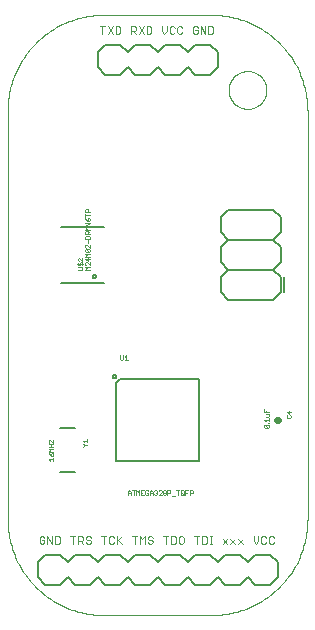
<source format=gto>
G75*
%MOIN*%
%OFA0B0*%
%FSLAX25Y25*%
%IPPOS*%
%LPD*%
%AMOC8*
5,1,8,0,0,1.08239X$1,22.5*
%
%ADD10C,0.00000*%
%ADD11C,0.00400*%
%ADD12C,0.02200*%
%ADD13C,0.00100*%
%ADD14C,0.00800*%
%ADD15C,0.00600*%
D10*
X0001800Y0033816D02*
X0001800Y0169784D01*
X0001810Y0170570D01*
X0001839Y0171355D01*
X0001887Y0172139D01*
X0001954Y0172922D01*
X0002041Y0173703D01*
X0002147Y0174482D01*
X0002271Y0175258D01*
X0002415Y0176030D01*
X0002578Y0176799D01*
X0002759Y0177563D01*
X0002960Y0178323D01*
X0003179Y0179078D01*
X0003416Y0179827D01*
X0003672Y0180570D01*
X0003945Y0181306D01*
X0004237Y0182036D01*
X0004547Y0182758D01*
X0004874Y0183473D01*
X0005219Y0184179D01*
X0005580Y0184876D01*
X0005959Y0185565D01*
X0006355Y0186244D01*
X0006767Y0186912D01*
X0007196Y0187571D01*
X0007640Y0188219D01*
X0008101Y0188856D01*
X0008576Y0189481D01*
X0009067Y0190095D01*
X0009573Y0190696D01*
X0010094Y0191285D01*
X0010629Y0191860D01*
X0011177Y0192423D01*
X0011740Y0192971D01*
X0012315Y0193506D01*
X0012904Y0194027D01*
X0013505Y0194533D01*
X0014119Y0195024D01*
X0014744Y0195499D01*
X0015381Y0195960D01*
X0016029Y0196404D01*
X0016688Y0196833D01*
X0017356Y0197245D01*
X0018035Y0197641D01*
X0018724Y0198020D01*
X0019421Y0198381D01*
X0020127Y0198726D01*
X0020842Y0199053D01*
X0021564Y0199363D01*
X0022294Y0199655D01*
X0023030Y0199928D01*
X0023773Y0200184D01*
X0024522Y0200421D01*
X0025277Y0200640D01*
X0026037Y0200841D01*
X0026801Y0201022D01*
X0027570Y0201185D01*
X0028342Y0201329D01*
X0029118Y0201453D01*
X0029897Y0201559D01*
X0030678Y0201646D01*
X0031461Y0201713D01*
X0032245Y0201761D01*
X0033030Y0201790D01*
X0033816Y0201800D01*
X0069784Y0201800D01*
X0075501Y0176800D02*
X0075503Y0176958D01*
X0075509Y0177116D01*
X0075519Y0177274D01*
X0075533Y0177432D01*
X0075551Y0177589D01*
X0075572Y0177746D01*
X0075598Y0177902D01*
X0075628Y0178058D01*
X0075661Y0178213D01*
X0075699Y0178366D01*
X0075740Y0178519D01*
X0075785Y0178671D01*
X0075834Y0178822D01*
X0075887Y0178971D01*
X0075943Y0179119D01*
X0076003Y0179265D01*
X0076067Y0179410D01*
X0076135Y0179553D01*
X0076206Y0179695D01*
X0076280Y0179835D01*
X0076358Y0179972D01*
X0076440Y0180108D01*
X0076524Y0180242D01*
X0076613Y0180373D01*
X0076704Y0180502D01*
X0076799Y0180629D01*
X0076896Y0180754D01*
X0076997Y0180876D01*
X0077101Y0180995D01*
X0077208Y0181112D01*
X0077318Y0181226D01*
X0077431Y0181337D01*
X0077546Y0181446D01*
X0077664Y0181551D01*
X0077785Y0181653D01*
X0077908Y0181753D01*
X0078034Y0181849D01*
X0078162Y0181942D01*
X0078292Y0182032D01*
X0078425Y0182118D01*
X0078560Y0182202D01*
X0078696Y0182281D01*
X0078835Y0182358D01*
X0078976Y0182430D01*
X0079118Y0182500D01*
X0079262Y0182565D01*
X0079408Y0182627D01*
X0079555Y0182685D01*
X0079704Y0182740D01*
X0079854Y0182791D01*
X0080005Y0182838D01*
X0080157Y0182881D01*
X0080310Y0182920D01*
X0080465Y0182956D01*
X0080620Y0182987D01*
X0080776Y0183015D01*
X0080932Y0183039D01*
X0081089Y0183059D01*
X0081247Y0183075D01*
X0081404Y0183087D01*
X0081563Y0183095D01*
X0081721Y0183099D01*
X0081879Y0183099D01*
X0082037Y0183095D01*
X0082196Y0183087D01*
X0082353Y0183075D01*
X0082511Y0183059D01*
X0082668Y0183039D01*
X0082824Y0183015D01*
X0082980Y0182987D01*
X0083135Y0182956D01*
X0083290Y0182920D01*
X0083443Y0182881D01*
X0083595Y0182838D01*
X0083746Y0182791D01*
X0083896Y0182740D01*
X0084045Y0182685D01*
X0084192Y0182627D01*
X0084338Y0182565D01*
X0084482Y0182500D01*
X0084624Y0182430D01*
X0084765Y0182358D01*
X0084904Y0182281D01*
X0085040Y0182202D01*
X0085175Y0182118D01*
X0085308Y0182032D01*
X0085438Y0181942D01*
X0085566Y0181849D01*
X0085692Y0181753D01*
X0085815Y0181653D01*
X0085936Y0181551D01*
X0086054Y0181446D01*
X0086169Y0181337D01*
X0086282Y0181226D01*
X0086392Y0181112D01*
X0086499Y0180995D01*
X0086603Y0180876D01*
X0086704Y0180754D01*
X0086801Y0180629D01*
X0086896Y0180502D01*
X0086987Y0180373D01*
X0087076Y0180242D01*
X0087160Y0180108D01*
X0087242Y0179972D01*
X0087320Y0179835D01*
X0087394Y0179695D01*
X0087465Y0179553D01*
X0087533Y0179410D01*
X0087597Y0179265D01*
X0087657Y0179119D01*
X0087713Y0178971D01*
X0087766Y0178822D01*
X0087815Y0178671D01*
X0087860Y0178519D01*
X0087901Y0178366D01*
X0087939Y0178213D01*
X0087972Y0178058D01*
X0088002Y0177902D01*
X0088028Y0177746D01*
X0088049Y0177589D01*
X0088067Y0177432D01*
X0088081Y0177274D01*
X0088091Y0177116D01*
X0088097Y0176958D01*
X0088099Y0176800D01*
X0088097Y0176642D01*
X0088091Y0176484D01*
X0088081Y0176326D01*
X0088067Y0176168D01*
X0088049Y0176011D01*
X0088028Y0175854D01*
X0088002Y0175698D01*
X0087972Y0175542D01*
X0087939Y0175387D01*
X0087901Y0175234D01*
X0087860Y0175081D01*
X0087815Y0174929D01*
X0087766Y0174778D01*
X0087713Y0174629D01*
X0087657Y0174481D01*
X0087597Y0174335D01*
X0087533Y0174190D01*
X0087465Y0174047D01*
X0087394Y0173905D01*
X0087320Y0173765D01*
X0087242Y0173628D01*
X0087160Y0173492D01*
X0087076Y0173358D01*
X0086987Y0173227D01*
X0086896Y0173098D01*
X0086801Y0172971D01*
X0086704Y0172846D01*
X0086603Y0172724D01*
X0086499Y0172605D01*
X0086392Y0172488D01*
X0086282Y0172374D01*
X0086169Y0172263D01*
X0086054Y0172154D01*
X0085936Y0172049D01*
X0085815Y0171947D01*
X0085692Y0171847D01*
X0085566Y0171751D01*
X0085438Y0171658D01*
X0085308Y0171568D01*
X0085175Y0171482D01*
X0085040Y0171398D01*
X0084904Y0171319D01*
X0084765Y0171242D01*
X0084624Y0171170D01*
X0084482Y0171100D01*
X0084338Y0171035D01*
X0084192Y0170973D01*
X0084045Y0170915D01*
X0083896Y0170860D01*
X0083746Y0170809D01*
X0083595Y0170762D01*
X0083443Y0170719D01*
X0083290Y0170680D01*
X0083135Y0170644D01*
X0082980Y0170613D01*
X0082824Y0170585D01*
X0082668Y0170561D01*
X0082511Y0170541D01*
X0082353Y0170525D01*
X0082196Y0170513D01*
X0082037Y0170505D01*
X0081879Y0170501D01*
X0081721Y0170501D01*
X0081563Y0170505D01*
X0081404Y0170513D01*
X0081247Y0170525D01*
X0081089Y0170541D01*
X0080932Y0170561D01*
X0080776Y0170585D01*
X0080620Y0170613D01*
X0080465Y0170644D01*
X0080310Y0170680D01*
X0080157Y0170719D01*
X0080005Y0170762D01*
X0079854Y0170809D01*
X0079704Y0170860D01*
X0079555Y0170915D01*
X0079408Y0170973D01*
X0079262Y0171035D01*
X0079118Y0171100D01*
X0078976Y0171170D01*
X0078835Y0171242D01*
X0078696Y0171319D01*
X0078560Y0171398D01*
X0078425Y0171482D01*
X0078292Y0171568D01*
X0078162Y0171658D01*
X0078034Y0171751D01*
X0077908Y0171847D01*
X0077785Y0171947D01*
X0077664Y0172049D01*
X0077546Y0172154D01*
X0077431Y0172263D01*
X0077318Y0172374D01*
X0077208Y0172488D01*
X0077101Y0172605D01*
X0076997Y0172724D01*
X0076896Y0172846D01*
X0076799Y0172971D01*
X0076704Y0173098D01*
X0076613Y0173227D01*
X0076524Y0173358D01*
X0076440Y0173492D01*
X0076358Y0173628D01*
X0076280Y0173765D01*
X0076206Y0173905D01*
X0076135Y0174047D01*
X0076067Y0174190D01*
X0076003Y0174335D01*
X0075943Y0174481D01*
X0075887Y0174629D01*
X0075834Y0174778D01*
X0075785Y0174929D01*
X0075740Y0175081D01*
X0075699Y0175234D01*
X0075661Y0175387D01*
X0075628Y0175542D01*
X0075598Y0175698D01*
X0075572Y0175854D01*
X0075551Y0176011D01*
X0075533Y0176168D01*
X0075519Y0176326D01*
X0075509Y0176484D01*
X0075503Y0176642D01*
X0075501Y0176800D01*
X0069784Y0201800D02*
X0070558Y0201791D01*
X0071331Y0201763D01*
X0072103Y0201716D01*
X0072874Y0201651D01*
X0073643Y0201567D01*
X0074410Y0201464D01*
X0075174Y0201343D01*
X0075935Y0201204D01*
X0076693Y0201046D01*
X0077446Y0200870D01*
X0078195Y0200675D01*
X0078939Y0200463D01*
X0079677Y0200233D01*
X0080410Y0199985D01*
X0081137Y0199719D01*
X0081857Y0199436D01*
X0082570Y0199136D01*
X0083276Y0198818D01*
X0083973Y0198484D01*
X0084663Y0198133D01*
X0085343Y0197765D01*
X0086015Y0197381D01*
X0086677Y0196981D01*
X0087329Y0196564D01*
X0087971Y0196133D01*
X0088603Y0195685D01*
X0089223Y0195223D01*
X0089832Y0194746D01*
X0090429Y0194254D01*
X0091015Y0193748D01*
X0091587Y0193228D01*
X0092148Y0192695D01*
X0092695Y0192148D01*
X0093228Y0191587D01*
X0093748Y0191015D01*
X0094254Y0190429D01*
X0094746Y0189832D01*
X0095223Y0189223D01*
X0095685Y0188603D01*
X0096133Y0187971D01*
X0096564Y0187329D01*
X0096981Y0186677D01*
X0097381Y0186015D01*
X0097765Y0185343D01*
X0098133Y0184663D01*
X0098484Y0183973D01*
X0098818Y0183276D01*
X0099136Y0182570D01*
X0099436Y0181857D01*
X0099719Y0181137D01*
X0099985Y0180410D01*
X0100233Y0179677D01*
X0100463Y0178939D01*
X0100675Y0178195D01*
X0100870Y0177446D01*
X0101046Y0176693D01*
X0101204Y0175935D01*
X0101343Y0175174D01*
X0101464Y0174410D01*
X0101567Y0173643D01*
X0101651Y0172874D01*
X0101716Y0172103D01*
X0101763Y0171331D01*
X0101791Y0170558D01*
X0101800Y0169784D01*
X0101800Y0033816D01*
X0101791Y0033042D01*
X0101763Y0032269D01*
X0101716Y0031497D01*
X0101651Y0030726D01*
X0101567Y0029957D01*
X0101464Y0029190D01*
X0101343Y0028426D01*
X0101204Y0027665D01*
X0101046Y0026907D01*
X0100870Y0026154D01*
X0100675Y0025405D01*
X0100463Y0024661D01*
X0100233Y0023923D01*
X0099985Y0023190D01*
X0099719Y0022463D01*
X0099436Y0021743D01*
X0099136Y0021030D01*
X0098818Y0020324D01*
X0098484Y0019627D01*
X0098133Y0018937D01*
X0097765Y0018257D01*
X0097381Y0017585D01*
X0096981Y0016923D01*
X0096564Y0016271D01*
X0096133Y0015629D01*
X0095685Y0014997D01*
X0095223Y0014377D01*
X0094746Y0013768D01*
X0094254Y0013171D01*
X0093748Y0012585D01*
X0093228Y0012013D01*
X0092695Y0011452D01*
X0092148Y0010905D01*
X0091587Y0010372D01*
X0091015Y0009852D01*
X0090429Y0009346D01*
X0089832Y0008854D01*
X0089223Y0008377D01*
X0088603Y0007915D01*
X0087971Y0007467D01*
X0087329Y0007036D01*
X0086677Y0006619D01*
X0086015Y0006219D01*
X0085343Y0005835D01*
X0084663Y0005467D01*
X0083973Y0005116D01*
X0083276Y0004782D01*
X0082570Y0004464D01*
X0081857Y0004164D01*
X0081137Y0003881D01*
X0080410Y0003615D01*
X0079677Y0003367D01*
X0078939Y0003137D01*
X0078195Y0002925D01*
X0077446Y0002730D01*
X0076693Y0002554D01*
X0075935Y0002396D01*
X0075174Y0002257D01*
X0074410Y0002136D01*
X0073643Y0002033D01*
X0072874Y0001949D01*
X0072103Y0001884D01*
X0071331Y0001837D01*
X0070558Y0001809D01*
X0069784Y0001800D01*
X0033816Y0001800D01*
X0033042Y0001809D01*
X0032269Y0001837D01*
X0031497Y0001884D01*
X0030726Y0001949D01*
X0029957Y0002033D01*
X0029190Y0002136D01*
X0028426Y0002257D01*
X0027665Y0002396D01*
X0026907Y0002554D01*
X0026154Y0002730D01*
X0025405Y0002925D01*
X0024661Y0003137D01*
X0023923Y0003367D01*
X0023190Y0003615D01*
X0022463Y0003881D01*
X0021743Y0004164D01*
X0021030Y0004464D01*
X0020324Y0004782D01*
X0019627Y0005116D01*
X0018937Y0005467D01*
X0018257Y0005835D01*
X0017585Y0006219D01*
X0016923Y0006619D01*
X0016271Y0007036D01*
X0015629Y0007467D01*
X0014997Y0007915D01*
X0014377Y0008377D01*
X0013768Y0008854D01*
X0013171Y0009346D01*
X0012585Y0009852D01*
X0012013Y0010372D01*
X0011452Y0010905D01*
X0010905Y0011452D01*
X0010372Y0012013D01*
X0009852Y0012585D01*
X0009346Y0013171D01*
X0008854Y0013768D01*
X0008377Y0014377D01*
X0007915Y0014997D01*
X0007467Y0015629D01*
X0007036Y0016271D01*
X0006619Y0016923D01*
X0006219Y0017585D01*
X0005835Y0018257D01*
X0005467Y0018937D01*
X0005116Y0019627D01*
X0004782Y0020324D01*
X0004464Y0021030D01*
X0004164Y0021743D01*
X0003881Y0022463D01*
X0003615Y0023190D01*
X0003367Y0023923D01*
X0003137Y0024661D01*
X0002925Y0025405D01*
X0002730Y0026154D01*
X0002554Y0026907D01*
X0002396Y0027665D01*
X0002257Y0028426D01*
X0002136Y0029190D01*
X0002033Y0029957D01*
X0001949Y0030726D01*
X0001884Y0031497D01*
X0001837Y0032269D01*
X0001809Y0033042D01*
X0001800Y0033816D01*
D11*
X0012468Y0027602D02*
X0012468Y0026000D01*
X0012868Y0025600D01*
X0013669Y0025600D01*
X0014069Y0026000D01*
X0014069Y0026801D01*
X0013268Y0026801D01*
X0012468Y0027602D02*
X0012868Y0028002D01*
X0013669Y0028002D01*
X0014069Y0027602D01*
X0015046Y0028002D02*
X0015046Y0025600D01*
X0016647Y0025600D02*
X0015046Y0028002D01*
X0016647Y0028002D02*
X0016647Y0025600D01*
X0017624Y0025600D02*
X0017624Y0028002D01*
X0018825Y0028002D01*
X0019225Y0027602D01*
X0019225Y0026000D01*
X0018825Y0025600D01*
X0017624Y0025600D01*
X0022780Y0028002D02*
X0024382Y0028002D01*
X0023581Y0028002D02*
X0023581Y0025600D01*
X0025359Y0025600D02*
X0025359Y0028002D01*
X0026560Y0028002D01*
X0026960Y0027602D01*
X0026960Y0026801D01*
X0026560Y0026401D01*
X0025359Y0026401D01*
X0026159Y0026401D02*
X0026960Y0025600D01*
X0027937Y0026000D02*
X0028337Y0025600D01*
X0029138Y0025600D01*
X0029538Y0026000D01*
X0029538Y0026401D01*
X0029138Y0026801D01*
X0028337Y0026801D01*
X0027937Y0027201D01*
X0027937Y0027602D01*
X0028337Y0028002D01*
X0029138Y0028002D01*
X0029538Y0027602D01*
X0033093Y0028002D02*
X0034695Y0028002D01*
X0033894Y0028002D02*
X0033894Y0025600D01*
X0035671Y0026000D02*
X0036072Y0025600D01*
X0036872Y0025600D01*
X0037273Y0026000D01*
X0038250Y0025600D02*
X0038250Y0028002D01*
X0037273Y0027602D02*
X0036872Y0028002D01*
X0036072Y0028002D01*
X0035671Y0027602D01*
X0035671Y0026000D01*
X0038250Y0026401D02*
X0039851Y0028002D01*
X0038650Y0026801D02*
X0039851Y0025600D01*
X0043406Y0028002D02*
X0045007Y0028002D01*
X0044207Y0028002D02*
X0044207Y0025600D01*
X0045984Y0025600D02*
X0045984Y0028002D01*
X0046785Y0027201D01*
X0047585Y0028002D01*
X0047585Y0025600D01*
X0048562Y0026000D02*
X0048963Y0025600D01*
X0049763Y0025600D01*
X0050164Y0026000D01*
X0050164Y0026401D01*
X0049763Y0026801D01*
X0048963Y0026801D01*
X0048562Y0027201D01*
X0048562Y0027602D01*
X0048963Y0028002D01*
X0049763Y0028002D01*
X0050164Y0027602D01*
X0053719Y0028002D02*
X0055320Y0028002D01*
X0054519Y0028002D02*
X0054519Y0025600D01*
X0056297Y0025600D02*
X0057498Y0025600D01*
X0057898Y0026000D01*
X0057898Y0027602D01*
X0057498Y0028002D01*
X0056297Y0028002D01*
X0056297Y0025600D01*
X0058875Y0026000D02*
X0059275Y0025600D01*
X0060076Y0025600D01*
X0060476Y0026000D01*
X0060476Y0027602D01*
X0060076Y0028002D01*
X0059275Y0028002D01*
X0058875Y0027602D01*
X0058875Y0026000D01*
X0064032Y0028002D02*
X0065633Y0028002D01*
X0064832Y0028002D02*
X0064832Y0025600D01*
X0066610Y0025600D02*
X0067811Y0025600D01*
X0068211Y0026000D01*
X0068211Y0027602D01*
X0067811Y0028002D01*
X0066610Y0028002D01*
X0066610Y0025600D01*
X0069188Y0025600D02*
X0069989Y0025600D01*
X0069588Y0025600D02*
X0069588Y0028002D01*
X0069188Y0028002D02*
X0069989Y0028002D01*
X0073485Y0027201D02*
X0075086Y0025600D01*
X0076063Y0025600D02*
X0077664Y0027201D01*
X0078641Y0027201D02*
X0080243Y0025600D01*
X0080243Y0027201D02*
X0078641Y0025600D01*
X0077664Y0025600D02*
X0076063Y0027201D01*
X0075086Y0027201D02*
X0073485Y0025600D01*
X0083798Y0026401D02*
X0084598Y0025600D01*
X0085399Y0026401D01*
X0085399Y0028002D01*
X0086376Y0027602D02*
X0086376Y0026000D01*
X0086776Y0025600D01*
X0087577Y0025600D01*
X0087977Y0026000D01*
X0088954Y0026000D02*
X0088954Y0027602D01*
X0089354Y0028002D01*
X0090155Y0028002D01*
X0090555Y0027602D01*
X0090555Y0026000D02*
X0090155Y0025600D01*
X0089354Y0025600D01*
X0088954Y0026000D01*
X0087977Y0027602D02*
X0087577Y0028002D01*
X0086776Y0028002D01*
X0086376Y0027602D01*
X0083798Y0028002D02*
X0083798Y0026401D01*
X0069959Y0195600D02*
X0068758Y0195600D01*
X0068758Y0198002D01*
X0069959Y0198002D01*
X0070360Y0197602D01*
X0070360Y0196000D01*
X0069959Y0195600D01*
X0067781Y0195600D02*
X0067781Y0198002D01*
X0066180Y0198002D02*
X0067781Y0195600D01*
X0066180Y0195600D02*
X0066180Y0198002D01*
X0065203Y0197602D02*
X0064803Y0198002D01*
X0064002Y0198002D01*
X0063602Y0197602D01*
X0063602Y0196000D01*
X0064002Y0195600D01*
X0064803Y0195600D01*
X0065203Y0196000D01*
X0065203Y0196801D01*
X0064403Y0196801D01*
X0060047Y0196000D02*
X0059646Y0195600D01*
X0058846Y0195600D01*
X0058445Y0196000D01*
X0058445Y0197602D01*
X0058846Y0198002D01*
X0059646Y0198002D01*
X0060047Y0197602D01*
X0057469Y0197602D02*
X0057068Y0198002D01*
X0056268Y0198002D01*
X0055867Y0197602D01*
X0055867Y0196000D01*
X0056268Y0195600D01*
X0057068Y0195600D01*
X0057469Y0196000D01*
X0054890Y0196401D02*
X0054890Y0198002D01*
X0053289Y0198002D02*
X0053289Y0196401D01*
X0054090Y0195600D01*
X0054890Y0196401D01*
X0049734Y0196000D02*
X0049734Y0197602D01*
X0049334Y0198002D01*
X0048133Y0198002D01*
X0048133Y0195600D01*
X0049334Y0195600D01*
X0049734Y0196000D01*
X0047156Y0195600D02*
X0045554Y0198002D01*
X0044578Y0197602D02*
X0044578Y0196801D01*
X0044177Y0196401D01*
X0042976Y0196401D01*
X0043777Y0196401D02*
X0044578Y0195600D01*
X0045554Y0195600D02*
X0047156Y0198002D01*
X0044578Y0197602D02*
X0044177Y0198002D01*
X0042976Y0198002D01*
X0042976Y0195600D01*
X0039421Y0196000D02*
X0039421Y0197602D01*
X0039021Y0198002D01*
X0037820Y0198002D01*
X0037820Y0195600D01*
X0039021Y0195600D01*
X0039421Y0196000D01*
X0036843Y0195600D02*
X0035242Y0198002D01*
X0034265Y0198002D02*
X0032663Y0198002D01*
X0033464Y0198002D02*
X0033464Y0195600D01*
X0035242Y0195600D02*
X0036843Y0198002D01*
D12*
X0091680Y0066800D02*
X0091920Y0066800D01*
D13*
X0094849Y0067654D02*
X0095099Y0067403D01*
X0096100Y0067403D01*
X0096350Y0067654D01*
X0096350Y0068154D01*
X0096100Y0068404D01*
X0095599Y0068877D02*
X0095599Y0069878D01*
X0094849Y0069627D02*
X0095599Y0068877D01*
X0095099Y0068404D02*
X0094849Y0068154D01*
X0094849Y0067654D01*
X0094849Y0069627D02*
X0096350Y0069627D01*
X0088850Y0069377D02*
X0087349Y0069377D01*
X0087349Y0070378D01*
X0088099Y0069877D02*
X0088099Y0069377D01*
X0087849Y0068904D02*
X0088850Y0068904D01*
X0088850Y0068154D01*
X0088600Y0067903D01*
X0087849Y0067903D01*
X0087349Y0066931D02*
X0088850Y0066931D01*
X0088850Y0067431D02*
X0088850Y0066430D01*
X0088850Y0065944D02*
X0088850Y0065694D01*
X0088600Y0065694D01*
X0088600Y0065944D01*
X0088850Y0065944D01*
X0088600Y0065221D02*
X0088850Y0064971D01*
X0088850Y0064471D01*
X0088600Y0064220D01*
X0087599Y0065221D01*
X0088600Y0065221D01*
X0088600Y0064220D02*
X0087599Y0064220D01*
X0087349Y0064471D01*
X0087349Y0064971D01*
X0087599Y0065221D01*
X0087849Y0066430D02*
X0087349Y0066931D01*
X0063476Y0043101D02*
X0063476Y0042601D01*
X0063226Y0042350D01*
X0062476Y0042350D01*
X0062476Y0041850D02*
X0062476Y0043351D01*
X0063226Y0043351D01*
X0063476Y0043101D01*
X0062003Y0043351D02*
X0061002Y0043351D01*
X0061002Y0041850D01*
X0060530Y0041850D02*
X0060029Y0042350D01*
X0059779Y0041850D02*
X0059529Y0042100D01*
X0059529Y0043101D01*
X0059779Y0043351D01*
X0060280Y0043351D01*
X0060530Y0043101D01*
X0060530Y0042100D01*
X0060280Y0041850D01*
X0059779Y0041850D01*
X0058556Y0041850D02*
X0058556Y0043351D01*
X0058056Y0043351D02*
X0059057Y0043351D01*
X0061002Y0042601D02*
X0061503Y0042601D01*
X0057583Y0041600D02*
X0056583Y0041600D01*
X0055860Y0042350D02*
X0056110Y0042601D01*
X0056110Y0043101D01*
X0055860Y0043351D01*
X0055109Y0043351D01*
X0055109Y0041850D01*
X0055109Y0042350D02*
X0055860Y0042350D01*
X0054637Y0042350D02*
X0054637Y0042100D01*
X0054387Y0041850D01*
X0053886Y0041850D01*
X0053636Y0042100D01*
X0053636Y0042350D01*
X0053886Y0042601D01*
X0054387Y0042601D01*
X0054637Y0042350D01*
X0054387Y0042601D02*
X0054637Y0042851D01*
X0054637Y0043101D01*
X0054387Y0043351D01*
X0053886Y0043351D01*
X0053636Y0043101D01*
X0053636Y0042851D01*
X0053886Y0042601D01*
X0053164Y0042851D02*
X0053164Y0043101D01*
X0052913Y0043351D01*
X0052413Y0043351D01*
X0052163Y0043101D01*
X0051690Y0043101D02*
X0051690Y0042851D01*
X0051440Y0042601D01*
X0051690Y0042350D01*
X0051690Y0042100D01*
X0051440Y0041850D01*
X0050940Y0041850D01*
X0050690Y0042100D01*
X0050217Y0041850D02*
X0050217Y0042851D01*
X0049717Y0043351D01*
X0049216Y0042851D01*
X0049216Y0041850D01*
X0048744Y0042100D02*
X0048744Y0042601D01*
X0048243Y0042601D01*
X0047743Y0043101D02*
X0047743Y0042100D01*
X0047993Y0041850D01*
X0048494Y0041850D01*
X0048744Y0042100D01*
X0049216Y0042601D02*
X0050217Y0042601D01*
X0050690Y0043101D02*
X0050940Y0043351D01*
X0051440Y0043351D01*
X0051690Y0043101D01*
X0051440Y0042601D02*
X0051190Y0042601D01*
X0052163Y0041850D02*
X0053164Y0042851D01*
X0053164Y0041850D02*
X0052163Y0041850D01*
X0048744Y0043101D02*
X0048494Y0043351D01*
X0047993Y0043351D01*
X0047743Y0043101D01*
X0047271Y0043351D02*
X0046270Y0043351D01*
X0046270Y0041850D01*
X0047271Y0041850D01*
X0046770Y0042601D02*
X0046270Y0042601D01*
X0045797Y0043351D02*
X0045797Y0041850D01*
X0044797Y0041850D02*
X0044797Y0043351D01*
X0045297Y0042851D01*
X0045797Y0043351D01*
X0044324Y0043351D02*
X0043323Y0043351D01*
X0043824Y0043351D02*
X0043824Y0041850D01*
X0042851Y0041850D02*
X0042851Y0042851D01*
X0042350Y0043351D01*
X0041850Y0042851D01*
X0041850Y0041850D01*
X0041850Y0042601D02*
X0042851Y0042601D01*
X0028350Y0058404D02*
X0027599Y0058404D01*
X0027099Y0058904D01*
X0026849Y0058904D01*
X0027349Y0059377D02*
X0026849Y0059877D01*
X0028350Y0059877D01*
X0028350Y0059377D02*
X0028350Y0060378D01*
X0027599Y0058404D02*
X0027099Y0057903D01*
X0026849Y0057903D01*
X0017100Y0057653D02*
X0015599Y0057653D01*
X0015599Y0057181D02*
X0017100Y0057181D01*
X0016349Y0057653D02*
X0016349Y0058654D01*
X0016850Y0059127D02*
X0015849Y0060128D01*
X0015599Y0060128D01*
X0015599Y0059127D01*
X0015599Y0058654D02*
X0017100Y0058654D01*
X0017100Y0059127D02*
X0017100Y0060128D01*
X0017100Y0059127D02*
X0016850Y0059127D01*
X0015599Y0057181D02*
X0016099Y0056681D01*
X0015599Y0056180D01*
X0017100Y0056180D01*
X0016850Y0055708D02*
X0016600Y0055708D01*
X0016349Y0055458D01*
X0016349Y0054707D01*
X0016850Y0054707D01*
X0017100Y0054957D01*
X0017100Y0055458D01*
X0016850Y0055708D01*
X0015849Y0055207D02*
X0016349Y0054707D01*
X0015849Y0055207D02*
X0015599Y0055708D01*
X0015599Y0053734D02*
X0017100Y0053734D01*
X0017100Y0053234D02*
X0017100Y0054235D01*
X0016099Y0053234D02*
X0015599Y0053734D01*
X0039600Y0086850D02*
X0039350Y0087100D01*
X0039350Y0088351D01*
X0040351Y0088351D02*
X0040351Y0087100D01*
X0040101Y0086850D01*
X0039600Y0086850D01*
X0040823Y0086850D02*
X0041824Y0086850D01*
X0041324Y0086850D02*
X0041324Y0088351D01*
X0040823Y0087851D01*
X0029250Y0116850D02*
X0027749Y0116850D01*
X0028249Y0117350D01*
X0027749Y0117851D01*
X0029250Y0117851D01*
X0029250Y0118323D02*
X0028249Y0119324D01*
X0027999Y0119324D01*
X0027749Y0119074D01*
X0027749Y0118573D01*
X0027999Y0118323D01*
X0027000Y0118824D02*
X0024999Y0118824D01*
X0025249Y0119074D02*
X0025499Y0119324D01*
X0025249Y0119074D02*
X0025249Y0118573D01*
X0025499Y0118323D01*
X0025749Y0118323D01*
X0025999Y0118573D01*
X0025999Y0119074D01*
X0026250Y0119324D01*
X0026500Y0119324D01*
X0026750Y0119074D01*
X0026750Y0118573D01*
X0026500Y0118323D01*
X0026500Y0117851D02*
X0025249Y0117851D01*
X0025249Y0116850D02*
X0026500Y0116850D01*
X0026750Y0117100D01*
X0026750Y0117601D01*
X0026500Y0117851D01*
X0026750Y0119797D02*
X0025749Y0120797D01*
X0025499Y0120797D01*
X0025249Y0120547D01*
X0025249Y0120047D01*
X0025499Y0119797D01*
X0026750Y0119797D02*
X0026750Y0120797D01*
X0027749Y0120547D02*
X0028499Y0119797D01*
X0028499Y0120797D01*
X0027749Y0120547D02*
X0029250Y0120547D01*
X0029250Y0121270D02*
X0027749Y0121270D01*
X0028249Y0121770D01*
X0027749Y0122271D01*
X0029250Y0122271D01*
X0029000Y0122743D02*
X0029250Y0122993D01*
X0029250Y0123494D01*
X0029000Y0123744D01*
X0027999Y0123744D01*
X0029000Y0122743D01*
X0027999Y0122743D01*
X0027749Y0122993D01*
X0027749Y0123494D01*
X0027999Y0123744D01*
X0027999Y0124216D02*
X0027749Y0124466D01*
X0027749Y0124967D01*
X0027999Y0125217D01*
X0028249Y0125217D01*
X0029250Y0124216D01*
X0029250Y0125217D01*
X0028499Y0125690D02*
X0028499Y0126690D01*
X0027749Y0127163D02*
X0027749Y0127913D01*
X0027999Y0128164D01*
X0029000Y0128164D01*
X0029250Y0127913D01*
X0029250Y0127163D01*
X0027749Y0127163D01*
X0027749Y0128636D02*
X0027749Y0129387D01*
X0027999Y0129637D01*
X0028499Y0129637D01*
X0028750Y0129387D01*
X0028750Y0128636D01*
X0029250Y0128636D02*
X0027749Y0128636D01*
X0028750Y0129136D02*
X0029250Y0129637D01*
X0029250Y0130109D02*
X0027749Y0130109D01*
X0028249Y0130610D01*
X0027749Y0131110D01*
X0029250Y0131110D01*
X0029250Y0131583D02*
X0027749Y0131583D01*
X0029250Y0132583D01*
X0027749Y0132583D01*
X0028499Y0133056D02*
X0028499Y0133806D01*
X0028750Y0134057D01*
X0029000Y0134057D01*
X0029250Y0133806D01*
X0029250Y0133306D01*
X0029000Y0133056D01*
X0028499Y0133056D01*
X0027999Y0133556D01*
X0027749Y0134057D01*
X0027749Y0134529D02*
X0027749Y0135530D01*
X0027749Y0136002D02*
X0027749Y0136753D01*
X0027999Y0137003D01*
X0028499Y0137003D01*
X0028750Y0136753D01*
X0028750Y0136002D01*
X0029250Y0136002D02*
X0027749Y0136002D01*
X0027749Y0135029D02*
X0029250Y0135029D01*
X0029250Y0119324D02*
X0029250Y0118323D01*
D14*
X0011800Y0014300D02*
X0014300Y0011800D01*
X0019300Y0011800D01*
X0021800Y0014300D01*
X0024300Y0011800D01*
X0029300Y0011800D01*
X0031800Y0014300D01*
X0034300Y0011800D01*
X0039300Y0011800D01*
X0041800Y0014300D01*
X0044300Y0011800D01*
X0049300Y0011800D01*
X0051800Y0014300D01*
X0054300Y0011800D01*
X0059300Y0011800D01*
X0061800Y0014300D01*
X0064300Y0011800D01*
X0069300Y0011800D01*
X0071800Y0014300D01*
X0074300Y0011800D01*
X0079300Y0011800D01*
X0081800Y0014300D01*
X0084300Y0011800D01*
X0089300Y0011800D01*
X0091800Y0014300D01*
X0091800Y0019300D01*
X0089300Y0021800D01*
X0084300Y0021800D01*
X0081800Y0019300D01*
X0079300Y0021800D01*
X0074300Y0021800D01*
X0071800Y0019300D01*
X0069300Y0021800D01*
X0064300Y0021800D01*
X0061800Y0019300D01*
X0059300Y0021800D01*
X0054300Y0021800D01*
X0051800Y0019300D01*
X0049300Y0021800D01*
X0044300Y0021800D01*
X0041800Y0019300D01*
X0039300Y0021800D01*
X0034300Y0021800D01*
X0031800Y0019300D01*
X0029300Y0021800D01*
X0024300Y0021800D01*
X0021800Y0019300D01*
X0019300Y0021800D01*
X0014300Y0021800D01*
X0011800Y0019300D01*
X0011800Y0014300D01*
X0019281Y0049433D02*
X0024399Y0049433D01*
X0024399Y0064197D02*
X0019281Y0064197D01*
X0038001Y0053001D02*
X0038001Y0079202D01*
X0039398Y0080599D01*
X0065599Y0080599D01*
X0065599Y0053001D01*
X0038001Y0053001D01*
X0036800Y0081300D02*
X0036802Y0081349D01*
X0036808Y0081397D01*
X0036818Y0081445D01*
X0036832Y0081492D01*
X0036849Y0081538D01*
X0036870Y0081582D01*
X0036895Y0081624D01*
X0036923Y0081664D01*
X0036955Y0081702D01*
X0036989Y0081737D01*
X0037026Y0081769D01*
X0037065Y0081798D01*
X0037107Y0081824D01*
X0037151Y0081846D01*
X0037196Y0081864D01*
X0037243Y0081879D01*
X0037290Y0081890D01*
X0037339Y0081897D01*
X0037388Y0081900D01*
X0037437Y0081899D01*
X0037485Y0081894D01*
X0037534Y0081885D01*
X0037581Y0081872D01*
X0037627Y0081855D01*
X0037671Y0081835D01*
X0037714Y0081811D01*
X0037755Y0081784D01*
X0037793Y0081753D01*
X0037829Y0081720D01*
X0037861Y0081684D01*
X0037891Y0081645D01*
X0037918Y0081604D01*
X0037941Y0081560D01*
X0037960Y0081515D01*
X0037976Y0081469D01*
X0037988Y0081422D01*
X0037996Y0081373D01*
X0038000Y0081324D01*
X0038000Y0081276D01*
X0037996Y0081227D01*
X0037988Y0081178D01*
X0037976Y0081131D01*
X0037960Y0081085D01*
X0037941Y0081040D01*
X0037918Y0080996D01*
X0037891Y0080955D01*
X0037861Y0080916D01*
X0037829Y0080880D01*
X0037793Y0080847D01*
X0037755Y0080816D01*
X0037714Y0080789D01*
X0037671Y0080765D01*
X0037627Y0080745D01*
X0037581Y0080728D01*
X0037534Y0080715D01*
X0037485Y0080706D01*
X0037437Y0080701D01*
X0037388Y0080700D01*
X0037339Y0080703D01*
X0037290Y0080710D01*
X0037243Y0080721D01*
X0037196Y0080736D01*
X0037151Y0080754D01*
X0037107Y0080776D01*
X0037065Y0080802D01*
X0037026Y0080831D01*
X0036989Y0080863D01*
X0036955Y0080898D01*
X0036923Y0080936D01*
X0036895Y0080976D01*
X0036870Y0081018D01*
X0036849Y0081062D01*
X0036832Y0081108D01*
X0036818Y0081155D01*
X0036808Y0081203D01*
X0036802Y0081251D01*
X0036800Y0081300D01*
X0030135Y0114700D02*
X0030137Y0114747D01*
X0030143Y0114794D01*
X0030153Y0114841D01*
X0030166Y0114886D01*
X0030184Y0114930D01*
X0030205Y0114972D01*
X0030229Y0115013D01*
X0030257Y0115051D01*
X0030288Y0115087D01*
X0030322Y0115120D01*
X0030358Y0115150D01*
X0030397Y0115177D01*
X0030438Y0115201D01*
X0030481Y0115221D01*
X0030525Y0115237D01*
X0030571Y0115250D01*
X0030617Y0115259D01*
X0030665Y0115264D01*
X0030712Y0115265D01*
X0030759Y0115262D01*
X0030806Y0115255D01*
X0030852Y0115244D01*
X0030897Y0115230D01*
X0030941Y0115211D01*
X0030982Y0115189D01*
X0031022Y0115164D01*
X0031060Y0115135D01*
X0031095Y0115104D01*
X0031128Y0115069D01*
X0031157Y0115032D01*
X0031183Y0114993D01*
X0031206Y0114951D01*
X0031225Y0114908D01*
X0031241Y0114863D01*
X0031253Y0114817D01*
X0031261Y0114771D01*
X0031265Y0114724D01*
X0031265Y0114676D01*
X0031261Y0114629D01*
X0031253Y0114583D01*
X0031241Y0114537D01*
X0031225Y0114492D01*
X0031206Y0114449D01*
X0031183Y0114407D01*
X0031157Y0114368D01*
X0031128Y0114331D01*
X0031095Y0114296D01*
X0031060Y0114265D01*
X0031022Y0114236D01*
X0030983Y0114211D01*
X0030941Y0114189D01*
X0030897Y0114170D01*
X0030852Y0114156D01*
X0030806Y0114145D01*
X0030759Y0114138D01*
X0030712Y0114135D01*
X0030665Y0114136D01*
X0030617Y0114141D01*
X0030571Y0114150D01*
X0030525Y0114163D01*
X0030481Y0114179D01*
X0030438Y0114199D01*
X0030397Y0114223D01*
X0030358Y0114250D01*
X0030322Y0114280D01*
X0030288Y0114313D01*
X0030257Y0114349D01*
X0030229Y0114387D01*
X0030205Y0114428D01*
X0030184Y0114470D01*
X0030166Y0114514D01*
X0030153Y0114559D01*
X0030143Y0114606D01*
X0030137Y0114653D01*
X0030135Y0114700D01*
X0034300Y0181800D02*
X0031800Y0184300D01*
X0031800Y0189300D01*
X0034300Y0191800D01*
X0039300Y0191800D01*
X0041800Y0189300D01*
X0044300Y0191800D01*
X0049300Y0191800D01*
X0051800Y0189300D01*
X0054300Y0191800D01*
X0059300Y0191800D01*
X0061800Y0189300D01*
X0064300Y0191800D01*
X0069300Y0191800D01*
X0071800Y0189300D01*
X0071800Y0184300D01*
X0069300Y0181800D01*
X0064300Y0181800D01*
X0061800Y0184300D01*
X0059300Y0181800D01*
X0054300Y0181800D01*
X0051800Y0184300D01*
X0049300Y0181800D01*
X0044300Y0181800D01*
X0041800Y0184300D01*
X0039300Y0181800D01*
X0034300Y0181800D01*
X0075300Y0136800D02*
X0072800Y0134300D01*
X0072800Y0129300D01*
X0075300Y0126800D01*
X0090300Y0126800D01*
X0092800Y0129300D01*
X0092800Y0134300D01*
X0090300Y0136800D01*
X0075300Y0136800D01*
X0075300Y0126800D02*
X0072800Y0124300D01*
X0072800Y0119300D01*
X0075300Y0116800D01*
X0090300Y0116800D01*
X0092800Y0119300D01*
X0092800Y0124300D01*
X0090300Y0126800D01*
X0090300Y0116800D02*
X0092800Y0114300D01*
X0092800Y0109300D01*
X0090300Y0106800D01*
X0075300Y0106800D01*
X0072800Y0109300D01*
X0072800Y0114300D01*
X0075300Y0116800D01*
X0094119Y0114300D02*
X0094119Y0109300D01*
D15*
X0033898Y0112501D02*
X0019702Y0112501D01*
X0019702Y0131099D02*
X0033898Y0131099D01*
M02*

</source>
